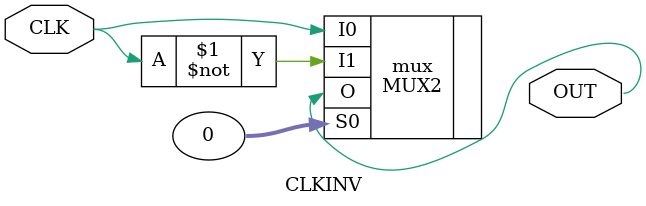
<source format=v>
`include "../../../../../vpr/muxes/logic/mux2/mux2.sim.v"

module CLKINV(CLK, OUT);
	input wire CLK;

	parameter INV = 0;
	output wire OUT;

	MUX2 mux (
		.I0(CLK),
		.I1(~CLK),
		.S0(INV),
		.O(OUT)
	);
endmodule

</source>
